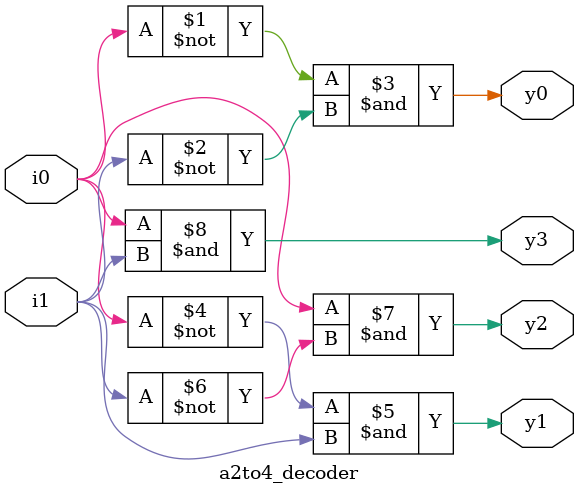
<source format=v>
module a2to4_decoder(output y0,y1,y2,y3, input i0,i1);
assign y0=~i0&~i1;
assign y1=~i0&i1;
assign y2=i0&~i1;
assign y3=i0&i1;
endmodule


</source>
